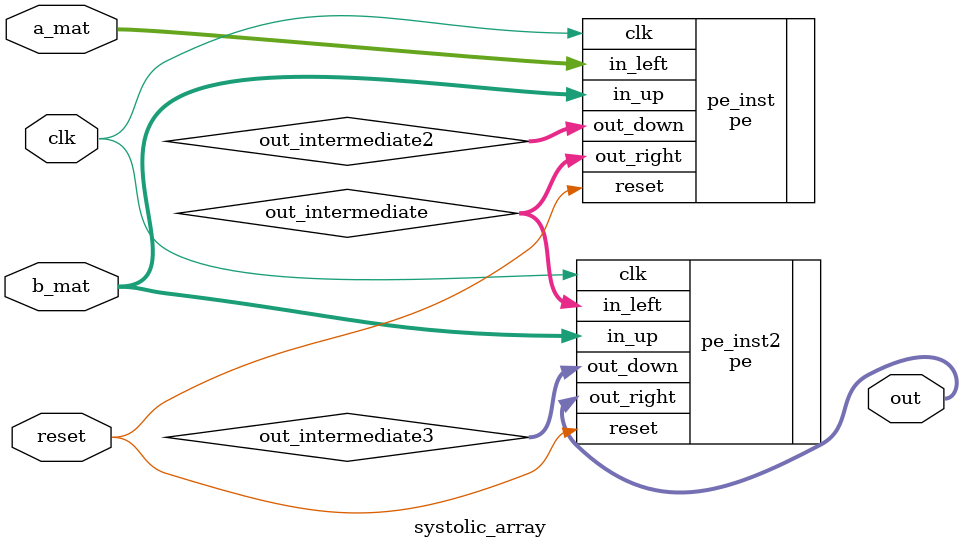
<source format=sv>
`timescale 1ps / 1ps

module systolic_array(
    input logic clk,
    input logic reset,
    input logic [31:0] a_mat,
    input logic [31:0] b_mat,
    output logic [31:0] out
);
    reg [31:0] weight_mat [2:0][2:0];
    logic [31:0] out_intermediate;
    logic [31:0] out_intermediate2;
    logic [31:0] out_intermediate3;

    pe pe_inst(
        .clk(clk),
        .reset(reset),
        .in_left(a_mat),
        .in_up(b_mat),
        .out_right(out_intermediate),
        .out_down(out_intermediate2)
    );

    pe pe_inst2(
        .clk(clk),
        .reset(reset),
        .in_left(out_intermediate),
        .in_up(b_mat),
        .out_right(out),
        .out_down(out_intermediate3)
    );

    always @(posedge clk) begin
        
    end

endmodule

</source>
